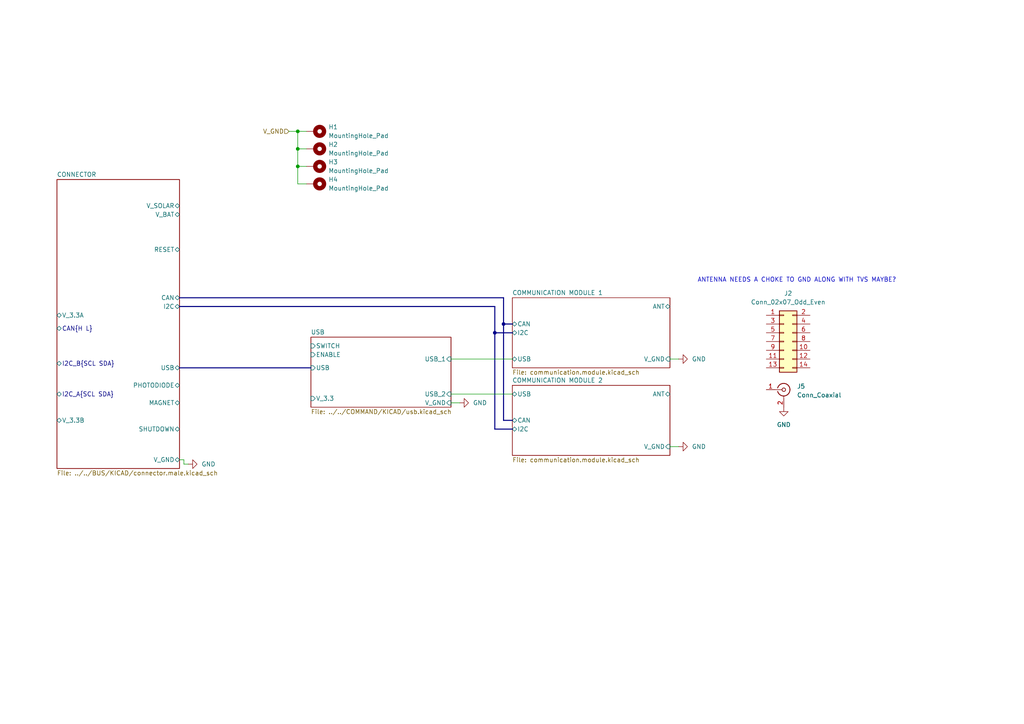
<source format=kicad_sch>
(kicad_sch (version 20231120) (generator "eeschema") (generator_version "8.0")
  (paper "A4")
  (lib_symbols
    (symbol "Connector:Conn_Coaxial" (pin_names (offset 1.016) hide)
      (property "Reference" "J" (at 0.254 3.048 0))
      (property "Value" "Conn_Coaxial" (at 2.921 0 90))
      (symbol "Conn_Coaxial_0_1"
        (arc (start -1.778 -0.508) (mid 0.2311 -1.8066) (end 1.778 0) (stroke (width 0.254)))
        (polyline (pts (xy -2.54 0) (xy -0.508 0)))
        (polyline (pts (xy 0 -2.54) (xy 0 -1.778)))
        (circle (center 0 0) (radius 0.508) (stroke (width 0.2032)))
        (arc (start 1.778 0) (mid 0.2099 1.8101) (end -1.778 0.508) (stroke (width 0.254)))
      )
      (symbol "Conn_Coaxial_1_1"
        (pin passive line (at -5.08 0 0) (length 2.54) (name "In") (number "1"))
        (pin passive line (at 0 -5.08 90) (length 2.54) (name "Ext") (number "2"))
      )
    )
    (symbol "Connector_Generic:Conn_02x07_Odd_Even" (pin_names (offset 1.016) hide)
      (property "Reference" "J" (at 1.27 10.16 0))
      (property "Value" "Conn_02x07_Odd_Even" (at 1.27 -10.16 0))
      (symbol "Conn_02x07_Odd_Even_1_1"
        (rectangle (start -1.27 -7.493) (end 0 -7.747) (stroke (width 0.1524)))
        (rectangle (start -1.27 -4.953) (end 0 -5.207) (stroke (width 0.1524)))
        (rectangle (start -1.27 -2.413) (end 0 -2.667) (stroke (width 0.1524)))
        (rectangle (start -1.27 0.127) (end 0 -0.127) (stroke (width 0.1524)))
        (rectangle (start -1.27 2.667) (end 0 2.413) (stroke (width 0.1524)))
        (rectangle (start -1.27 5.207) (end 0 4.953) (stroke (width 0.1524)))
        (rectangle (start -1.27 7.747) (end 0 7.493) (stroke (width 0.1524)))
        (rectangle (start -1.27 8.89) (end 3.81 -8.89) (stroke (width 0.254)) (fill (type background)))
        (rectangle (start 3.81 -7.493) (end 2.54 -7.747) (stroke (width 0.1524)))
        (rectangle (start 3.81 -4.953) (end 2.54 -5.207) (stroke (width 0.1524)))
        (rectangle (start 3.81 -2.413) (end 2.54 -2.667) (stroke (width 0.1524)))
        (rectangle (start 3.81 0.127) (end 2.54 -0.127) (stroke (width 0.1524)))
        (rectangle (start 3.81 2.667) (end 2.54 2.413) (stroke (width 0.1524)))
        (rectangle (start 3.81 5.207) (end 2.54 4.953) (stroke (width 0.1524)))
        (rectangle (start 3.81 7.747) (end 2.54 7.493) (stroke (width 0.1524)))
        (pin passive line (at -5.08 7.62 0) (length 3.81) (name "Pin_1") (number "1"))
        (pin passive line (at 7.62 -2.54 180) (length 3.81) (name "Pin_10") (number "10"))
        (pin passive line (at -5.08 -5.08 0) (length 3.81) (name "Pin_11") (number "11"))
        (pin passive line (at 7.62 -5.08 180) (length 3.81) (name "Pin_12") (number "12"))
        (pin passive line (at -5.08 -7.62 0) (length 3.81) (name "Pin_13") (number "13"))
        (pin passive line (at 7.62 -7.62 180) (length 3.81) (name "Pin_14") (number "14"))
        (pin passive line (at 7.62 7.62 180) (length 3.81) (name "Pin_2") (number "2"))
        (pin passive line (at -5.08 5.08 0) (length 3.81) (name "Pin_3") (number "3"))
        (pin passive line (at 7.62 5.08 180) (length 3.81) (name "Pin_4") (number "4"))
        (pin passive line (at -5.08 2.54 0) (length 3.81) (name "Pin_5") (number "5"))
        (pin passive line (at 7.62 2.54 180) (length 3.81) (name "Pin_6") (number "6"))
        (pin passive line (at -5.08 0 0) (length 3.81) (name "Pin_7") (number "7"))
        (pin passive line (at 7.62 0 180) (length 3.81) (name "Pin_8") (number "8"))
        (pin passive line (at -5.08 -2.54 0) (length 3.81) (name "Pin_9") (number "9"))
      )
    )
    (symbol "Mechanical:MountingHole_Pad" (pin_numbers hide) (pin_names (offset 1.016) hide) (exclude_from_sim yes) (in_bom no)
      (property "Reference" "H" (at 0 6.35 0))
      (property "Value" "MountingHole_Pad" (at 0 4.445 0))
      (symbol "MountingHole_Pad_0_1"
        (circle (center 0 1.27) (radius 1.27) (stroke (width 1.27)))
      )
      (symbol "MountingHole_Pad_1_1"
        (pin input line (at 0 -2.54 90) (length 2.54) (name "1") (number "1"))
      )
    )
    (symbol "power:GND" (power) (pin_numbers hide) (pin_names (offset 0) hide)
      (property "Value" "GND" (at 0 -3.81 0))
      (symbol "GND_0_1"
        (polyline (pts (xy 0 0) (xy 0 -1.27) (xy 1.27 -1.27) (xy 0 -2.54) (xy -1.27 -1.27) (xy 0 -1.27)))
      )
      (symbol "GND_1_1"
        (pin power_in line (at 0 0 270) (length 0) (name "~") (number "1"))
      )
    )
  )
  (bus_alias "CAN" (members "H" "L"))
  (bus_alias "I2C" (members "SDA" "SCL"))
  (bus_alias "USB" (members "DP" "DM"))
  (junction (at 86.36 38.1))
  (junction (at 146.05 93.98))
  (junction (at 143.51 96.52))
  (junction (at 86.36 43.18))
  (junction (at 86.36 48.26))
  (wire (pts (xy 194.31 104.14) (xy 196.85 104.14)))
  (bus (pts (xy 143.51 96.52) (xy 143.51 124.46)))
  (bus (pts (xy 52.07 106.68) (xy 90.17 106.68)))
  (bus (pts (xy 143.51 88.9) (xy 143.51 96.52)))
  (wire (pts (xy 53.34 133.35) (xy 53.34 134.62)))
  (wire (pts (xy 130.81 114.3) (xy 148.59 114.3)))
  (bus (pts (xy 143.51 96.52) (xy 148.59 96.52)))
  (wire (pts (xy 86.36 48.26) (xy 88.9 48.26)))
  (bus (pts (xy 146.05 93.98) (xy 146.05 86.36)))
  (wire (pts (xy 86.36 38.1) (xy 88.9 38.1)))
  (bus (pts (xy 52.07 86.36) (xy 146.05 86.36)))
  (bus (pts (xy 52.07 88.9) (xy 143.51 88.9)))
  (bus (pts (xy 146.05 121.92) (xy 146.05 93.98)))
  (bus (pts (xy 146.05 93.98) (xy 148.59 93.98)))
  (bus (pts (xy 143.51 124.46) (xy 148.59 124.46)))
  (wire (pts (xy 86.36 48.26) (xy 86.36 43.18)))
  (wire (pts (xy 86.36 43.18) (xy 86.36 38.1)))
  (wire (pts (xy 53.34 133.35) (xy 52.07 133.35)))
  (wire (pts (xy 196.85 129.54) (xy 194.31 129.54)))
  (wire (pts (xy 130.81 104.14) (xy 148.59 104.14)))
  (bus (pts (xy 148.59 121.92) (xy 146.05 121.92)))
  (wire (pts (xy 53.34 134.62) (xy 54.61 134.62)))
  (wire (pts (xy 86.36 53.34) (xy 86.36 48.26)))
  (wire (pts (xy 86.36 43.18) (xy 88.9 43.18)))
  (wire (pts (xy 83.82 38.1) (xy 86.36 38.1)))
  (wire (pts (xy 88.9 53.34) (xy 86.36 53.34)))
  (wire (pts (xy 133.35 116.84) (xy 130.81 116.84)))
  (text "ANTENNA NEEDS A CHOKE TO GND ALONG WITH TVS MAYBE?" (at 231.14 81.28 0) (effects (font (size 1.27 1.27))))
  (hierarchical_label "V_GND" (shape input) (at 83.82 38.1 180))
  (symbol (lib_id "Mechanical:MountingHole_Pad") (at 91.44 48.26 270) (unit 1) (exclude_from_sim yes) (in_bom no)
    (property "Reference" "H3" (at 95.25 46.9899 90) (effects (justify left)))
    (property "Value" "MountingHole_Pad" (at 95.25 49.5299 90) (effects (justify left)))
    (property "Description" "Mounting Hole with connection" (effects (hide yes)))
  )
  (symbol (lib_id "Connector:Conn_Coaxial") (at 227.33 113.03 0) (unit 1)
    (property "Reference" "J5" (at 231.14 112.0531 0) (effects (justify left)))
    (property "Value" "Conn_Coaxial" (at 231.14 114.5931 0) (effects (justify left)))
    (property "Description" "coaxial connector (BNC, SMA, SMB, SMC, Cinch/RCA, LEMO, ...)" (effects (hide yes)))
  )
  (symbol (lib_id "power:GND") (at 196.85 129.54 90) (unit 1)
    (property "Reference" "#PWR03" (effects (hide yes)))
    (property "Value" "GND" (at 200.66 129.5399 90) (effects (justify right)))
    (property "Description" "Power symbol creates a global label with name \"GND\" , ground" (effects (hide yes)))
  )
  (symbol (lib_id "Connector_Generic:Conn_02x07_Odd_Even") (at 227.33 99.06 0) (unit 1)
    (property "Reference" "J2" (at 228.6 85.09 0))
    (property "Value" "Conn_02x07_Odd_Even" (at 228.6 87.63 0))
    (property "Description" "Generic connector, double row, 02x07, odd/even pin numbering scheme (row 1 odd numbers, row 2 even numbers), script generated (kicad-library-utils/schlib/autogen/connector/)" (effects (hide yes)))
  )
  (symbol (lib_id "Mechanical:MountingHole_Pad") (at 91.44 38.1 270) (unit 1) (exclude_from_sim yes) (in_bom no)
    (property "Reference" "H1" (at 95.25 36.8299 90) (effects (justify left)))
    (property "Value" "MountingHole_Pad" (at 95.25 39.3699 90) (effects (justify left)))
    (property "Description" "Mounting Hole with connection" (effects (hide yes)))
  )
  (symbol (lib_id "Mechanical:MountingHole_Pad") (at 91.44 43.18 270) (unit 1) (exclude_from_sim yes) (in_bom no)
    (property "Reference" "H2" (at 95.25 41.9099 90) (effects (justify left)))
    (property "Value" "MountingHole_Pad" (at 95.25 44.4499 90) (effects (justify left)))
    (property "Description" "Mounting Hole with connection" (effects (hide yes)))
  )
  (symbol (lib_id "power:GND") (at 133.35 116.84 90) (unit 1)
    (property "Reference" "#PWR01" (effects (hide yes)))
    (property "Value" "GND" (at 137.16 116.8399 90) (effects (justify right)))
    (property "Description" "Power symbol creates a global label with name \"GND\" , ground" (effects (hide yes)))
  )
  (symbol (lib_id "power:GND") (at 227.33 118.11 0) (unit 1)
    (property "Reference" "#PWR05" (effects (hide yes)))
    (property "Value" "GND" (at 227.33 123.19 0))
    (property "Description" "Power symbol creates a global label with name \"GND\" , ground" (effects (hide yes)))
  )
  (symbol (lib_id "power:GND") (at 54.61 134.62 90) (unit 1)
    (property "Reference" "#PWR04" (effects (hide yes)))
    (property "Value" "GND" (at 58.42 134.6199 90) (effects (justify right)))
    (property "Description" "Power symbol creates a global label with name \"GND\" , ground" (effects (hide yes)))
  )
  (symbol (lib_id "Mechanical:MountingHole_Pad") (at 91.44 53.34 270) (unit 1) (exclude_from_sim yes) (in_bom no)
    (property "Reference" "H4" (at 95.25 52.0699 90) (effects (justify left)))
    (property "Value" "MountingHole_Pad" (at 95.25 54.6099 90) (effects (justify left)))
    (property "Description" "Mounting Hole with connection" (effects (hide yes)))
  )
  (symbol (lib_id "power:GND") (at 196.85 104.14 90) (unit 1)
    (property "Reference" "#PWR02" (effects (hide yes)))
    (property "Value" "GND" (at 200.66 104.1399 90) (effects (justify right)))
    (property "Description" "Power symbol creates a global label with name \"GND\" , ground" (effects (hide yes)))
  )
  (sheet (at 16.51 52.07) (size 35.56 83.82) (stroke (width 0.1524))
    (property "Sheetname" "CONNECTOR" (at 16.51 51.3584 0) (effects (justify left bottom)))
    (property "Sheetfile" "../../BUS/KICAD/connector.male.kicad_sch" (at 16.51 136.4746 0) (effects (justify left top)))
    (pin "USB" bidirectional (at 52.07 106.68 0))
    (pin "CAN" bidirectional (at 52.07 86.36 0))
    (pin "V_SOLAR" bidirectional (at 52.07 59.69 0))
    (pin "V_GND" bidirectional (at 52.07 133.35 0))
    (pin "RESET" bidirectional (at 52.07 72.39 0))
    (pin "V_BAT" bidirectional (at 52.07 62.23 0))
    (pin "SHUTDOWN" bidirectional (at 52.07 124.46 0))
    (pin "I2C" bidirectional (at 52.07 88.9 0))
    (pin "MAGNET" bidirectional (at 52.07 116.84 0))
    (pin "PHOTODIODE" bidirectional (at 52.07 111.76 0))
    (pin "V_3.3A" bidirectional (at 16.51 91.44 180))
    (pin "CAN{H L}" bidirectional (at 16.51 95.25 180))
    (pin "I2C_B{SCL SDA}" bidirectional (at 16.51 105.41 180))
    (pin "I2C_A{SCL SDA}" bidirectional (at 16.51 114.3 180))
    (pin "V_3.3B" bidirectional (at 16.51 121.92 180))
  )
  (sheet (at 90.17 97.79) (size 40.64 20.32) (stroke (width 0.1524))
    (property "Sheetname" "USB" (at 90.17 97.0784 0) (effects (justify left bottom)))
    (property "Sheetfile" "../../COMMAND/KICAD/usb.kicad_sch" (at 90.17 118.6946 0) (effects (justify left top)))
    (pin "V_3.3" input (at 90.17 115.57 180))
    (pin "ENABLE" input (at 90.17 102.87 180))
    (pin "USB" input (at 90.17 106.68 180))
    (pin "USB_2" input (at 130.81 114.3 0))
    (pin "USB_1" input (at 130.81 104.14 0))
    (pin "V_GND" input (at 130.81 116.84 0))
    (pin "SWITCH" input (at 90.17 100.33 180))
  )
  (sheet (at 148.59 86.36) (size 45.72 20.32) (stroke (width 0.1524))
    (property "Sheetname" "COMMUNICATION MODULE 1" (at 148.59 85.6484 0) (effects (justify left bottom)))
    (property "Sheetfile" "communication.module.kicad_sch" (at 148.59 107.2646 0) (effects (justify left top)))
    (pin "V_GND" input (at 194.31 104.14 0))
    (pin "USB" bidirectional (at 148.59 104.14 180))
    (pin "I2C" bidirectional (at 148.59 96.52 180))
    (pin "CAN" bidirectional (at 148.59 93.98 180))
    (pin "ANT" bidirectional (at 194.31 88.9 0))
  )
  (sheet (at 148.59 111.76) (size 45.72 20.32) (stroke (width 0.1524))
    (property "Sheetname" "COMMUNICATION MODULE 2" (at 148.59 111.0484 0) (effects (justify left bottom)))
    (property "Sheetfile" "communication.module.kicad_sch" (at 148.59 132.6646 0) (effects (justify left top)))
    (pin "V_GND" input (at 194.31 129.54 0))
    (pin "USB" bidirectional (at 148.59 114.3 180))
    (pin "I2C" bidirectional (at 148.59 124.46 180))
    (pin "CAN" bidirectional (at 148.59 121.92 180))
    (pin "ANT" bidirectional (at 194.31 114.3 0))
  )
)
</source>
